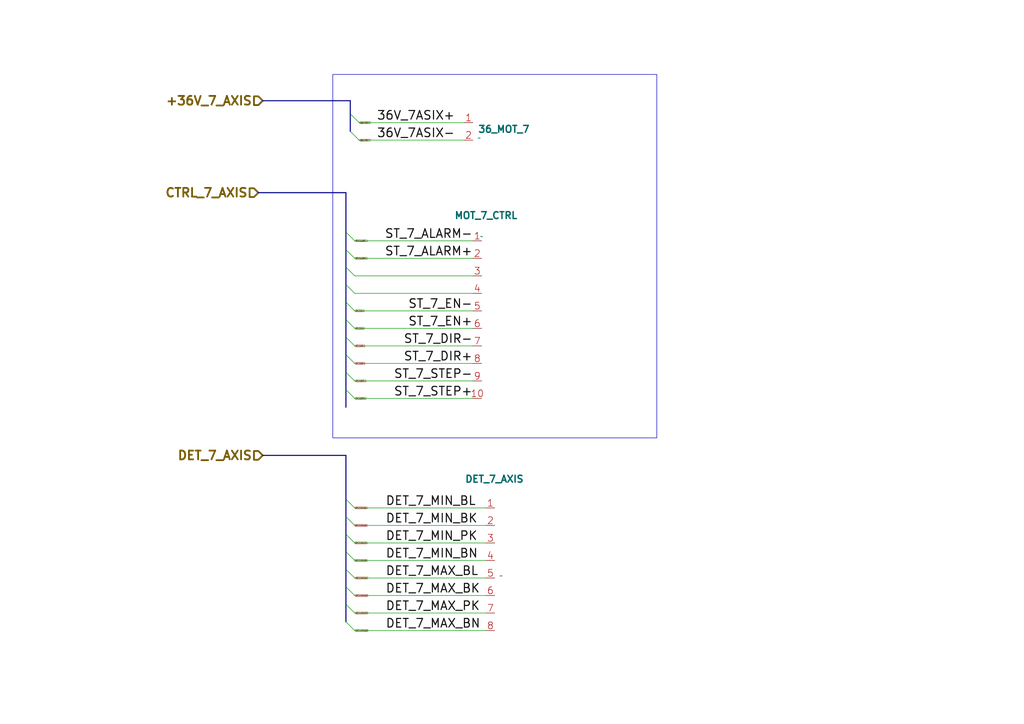
<source format=kicad_sch>
(kicad_sch (version 20250114) (generator "eeschema") (generator_version "9.0")
  (paper "A4")
  (lib_symbols
    (symbol "Connector:Conn_01x02_(wide)"
      (property "Reference" "J" (at 0 0 0))
      (symbol "Conn_01x02_(wide)_1_1"
        (pin input line (at -2.54 -5.08 0) (length 2.54) (name "") (number "1"))
        (pin input line (at -2.54 -10.16 0) (length 2.54) (name "") (number "2"))
      )
    )
    (symbol "Connector:Conn_01x08_(wide)"
      (property "Reference" "J" (at 0 0 0))
      (symbol "Conn_01x08_(wide)_1_1"
        (pin input line (at -2.54 -5.08 0) (length 2.54) (name "") (number "1"))
        (pin input line (at -2.54 -10.16 0) (length 2.54) (name "") (number "2"))
        (pin input line (at -2.54 -15.24 0) (length 2.54) (name "") (number "3"))
        (pin input line (at -2.54 -20.32 0) (length 2.54) (name "") (number "4"))
        (pin input line (at -2.54 -25.4 0) (length 2.54) (name "") (number "5"))
        (pin input line (at -2.54 -30.48 0) (length 2.54) (name "") (number "6"))
        (pin input line (at -2.54 -35.56 0) (length 2.54) (name "") (number "7"))
        (pin input line (at -2.54 -40.64 0) (length 2.54) (name "") (number "8"))
      )
    )
    (symbol "Connector:Conn_01x10_(wide)"
      (property "Reference" "J" (at 0 0 0))
      (symbol "Conn_01x10_(wide)_1_1"
        (pin input line (at -2.54 -5.08 0) (length 2.54) (name "") (number "1"))
        (pin input line (at -2.54 -10.16 0) (length 2.54) (name "") (number "2"))
        (pin input line (at -2.54 -15.24 0) (length 2.54) (name "") (number "3"))
        (pin input line (at -2.54 -20.32 0) (length 2.54) (name "") (number "4"))
        (pin input line (at -2.54 -25.4 0) (length 2.54) (name "") (number "5"))
        (pin input line (at -2.54 -30.48 0) (length 2.54) (name "") (number "6"))
        (pin input line (at -2.54 -35.56 0) (length 2.54) (name "") (number "7"))
        (pin input line (at -2.54 -40.64 0) (length 2.54) (name "") (number "8"))
        (pin input line (at -2.54 -45.72 0) (length 2.54) (name "") (number "9"))
        (pin input line (at -2.54 -50.8 0) (length 2.54) (name "") (number "10"))
      )
    )
  )
  (rectangle (start 96.52 21.59) (end 190.5 127))
  (bus_entry (at 100.33 160.02) (size 2.54 2.54))
  (bus_entry (at 101.6 38.1) (size 2.54 2.54))
  (bus_entry (at 100.33 170.18) (size 2.54 2.54))
  (bus_entry (at 101.6 33.02) (size 2.54 2.54))
  (bus_entry (at 100.33 87.63) (size 2.54 2.54))
  (bus_entry (at 100.33 77.47) (size 2.54 2.54))
  (bus_entry (at 100.33 82.55) (size 2.54 2.54))
  (bus_entry (at 100.33 180.34) (size 2.54 2.54))
  (bus_entry (at 100.33 165.1) (size 2.54 2.54))
  (bus_entry (at 100.33 175.26) (size 2.54 2.54))
  (bus_entry (at 100.33 107.95) (size 2.54 2.54))
  (bus_entry (at 100.33 67.31) (size 2.54 2.54))
  (bus_entry (at 100.33 154.94) (size 2.54 2.54))
  (bus_entry (at 100.33 92.71) (size 2.54 2.54))
  (bus_entry (at 100.33 97.79) (size 2.54 2.54))
  (bus_entry (at 100.33 144.78) (size 2.54 2.54))
  (bus_entry (at 100.33 102.87) (size 2.54 2.54))
  (bus_entry (at 100.33 149.86) (size 2.54 2.54))
  (bus_entry (at 100.33 72.39) (size 2.54 2.54))
  (bus_entry (at 100.33 113.03) (size 2.54 2.54))
  (bus (pts (xy 100.33 149.86) (xy 100.33 154.94)))
  (wire (pts (xy 137.16 69.85) (xy 102.87 69.85)))
  (bus (pts (xy 100.33 154.94) (xy 100.33 160.02)))
  (wire (pts (xy 102.87 90.17) (xy 137.16 90.17)))
  (bus (pts (xy 100.33 87.63) (xy 100.33 92.71)))
  (bus (pts (xy 100.33 165.1) (xy 100.33 170.18)))
  (bus (pts (xy 100.33 107.95) (xy 100.33 113.03)))
  (bus (pts (xy 100.33 170.18) (xy 100.33 175.26)))
  (wire (pts (xy 102.87 115.57) (xy 137.16 115.57)))
  (wire (pts (xy 137.16 80.01) (xy 102.87 80.01)))
  (wire (pts (xy 102.87 182.88) (xy 140.97 182.88)))
  (wire (pts (xy 102.87 167.64) (xy 140.97 167.64)))
  (wire (pts (xy 104.14 40.64) (xy 134.62 40.64)))
  (wire (pts (xy 140.97 162.56) (xy 102.87 162.56)))
  (wire (pts (xy 102.87 172.72) (xy 140.97 172.72)))
  (bus (pts (xy 101.6 33.02) (xy 101.6 38.1)))
  (bus (pts (xy 100.33 92.71) (xy 100.33 97.79)))
  (wire (pts (xy 140.97 147.32) (xy 102.87 147.32)))
  (wire (pts (xy 102.87 105.41) (xy 137.16 105.41)))
  (wire (pts (xy 104.14 35.56) (xy 134.62 35.56)))
  (bus (pts (xy 100.33 97.79) (xy 100.33 102.87)))
  (bus (pts (xy 100.33 72.39) (xy 100.33 77.47)))
  (bus (pts (xy 76.2 29.21) (xy 101.6 29.21)))
  (bus (pts (xy 100.33 132.08) (xy 100.33 144.78)))
  (bus (pts (xy 100.33 132.08) (xy 76.2 132.08)))
  (wire (pts (xy 102.87 95.25) (xy 137.16 95.25)))
  (bus (pts (xy 100.33 160.02) (xy 100.33 165.1)))
  (bus (pts (xy 101.6 29.21) (xy 101.6 33.02)))
  (bus (pts (xy 100.33 77.47) (xy 100.33 82.55)))
  (bus (pts (xy 100.33 67.31) (xy 100.33 72.39)))
  (wire (pts (xy 137.16 74.93) (xy 102.87 74.93)))
  (wire (pts (xy 102.87 177.8) (xy 140.97 177.8)))
  (bus (pts (xy 100.33 55.88) (xy 74.93 55.88)))
  (bus (pts (xy 100.33 113.03) (xy 100.33 118.11)))
  (wire (pts (xy 140.97 152.4) (xy 102.87 152.4)))
  (bus (pts (xy 100.33 144.78) (xy 100.33 149.86)))
  (wire (pts (xy 140.97 157.48) (xy 102.87 157.48)))
  (wire (pts (xy 137.16 85.09) (xy 102.87 85.09)))
  (bus (pts (xy 100.33 55.88) (xy 100.33 67.31)))
  (bus (pts (xy 100.33 175.26) (xy 100.33 180.34)))
  (wire (pts (xy 102.87 110.49) (xy 137.16 110.49)))
  (bus (pts (xy 100.33 102.87) (xy 100.33 107.95)))
  (bus (pts (xy 100.33 82.55) (xy 100.33 87.63)))
  (wire (pts (xy 102.87 100.33) (xy 137.16 100.33)))
  (label "36V_7ASIX-" (at 109.22 40.64 0) (effects (font (size 2.5 2.5) (thickness 0.3125))))
  (label "ST_7_EN+" (at 137.16 95.25 180) (effects (font (size 2.5 2.5) (thickness 0.3125))))
  (label "DET_7_MAX_BK" (at 111.76 172.72 0) (effects (font (size 2.5 2.5) (thickness 0.3125))))
  (label "DET_7_MIN_BL" (at 111.76 147.32 0) (effects (font (size 2.5 2.5) (thickness 0.3125))))
  (label "DET_7_MAX_PK" (at 111.76 177.8 0) (effects (font (size 2.5 2.5) (thickness 0.3125))))
  (label "DET_7_MIN_PK" (at 111.76 157.48 0) (effects (font (size 2.5 2.5) (thickness 0.3125))))
  (label "ST_7_ALARM-" (at 137.16 69.85 180) (effects (font (size 2.5 2.5) (thickness 0.3125))))
  (label "ST_7_EN-" (at 137.16 90.17 180) (effects (font (size 2.5 2.5) (thickness 0.3125))))
  (label "ST_7_DIR-" (at 137.16 100.33 180) (effects (font (size 2.5 2.5) (thickness 0.3125))))
  (label "ST_7_STEP+" (at 137.16 115.57 180) (effects (font (size 2.5 2.5) (thickness 0.3125))))
  (label "DET_7_MIN_BN" (at 111.76 162.56 0) (effects (font (size 2.5 2.5) (thickness 0.3125))))
  (label "DET_7_MIN_BK" (at 111.76 152.4 0) (effects (font (size 2.5 2.5) (thickness 0.3125))))
  (label "DET_7_MAX_BL" (at 111.76 167.64 0) (effects (font (size 2.5 2.5) (thickness 0.3125))))
  (label "ST_7_DIR+" (at 137.16 105.41 180) (effects (font (size 2.5 2.5) (thickness 0.3125))))
  (label "ST_7_ALARM+" (at 137.16 74.93 180) (effects (font (size 2.5 2.5) (thickness 0.3125))))
  (label "DET_7_MAX_BN" (at 111.76 182.88 0) (effects (font (size 2.5 2.5) (thickness 0.3125))))
  (label "ST_7_STEP-" (at 137.16 110.49 180) (effects (font (size 2.5 2.5) (thickness 0.3125))))
  (label "36V_7ASIX+" (at 109.22 35.56 0) (effects (font (size 2.5 2.5) (thickness 0.3125))))
  (global_label "ST_7_DIR-" (shape input) (at 102.87 100.33 0) (effects (font (size 0.3 0.3))) (property "Intersheetrefs" "${INTERSHEET_REFS}" (effects (hide yes))))
  (global_label "ST_7_EN+" (shape input) (at 102.87 95.25 0) (effects (font (size 0.3 0.3))) (property "Intersheetrefs" "${INTERSHEET_REFS}" (effects (hide yes))))
  (global_label "DET_7_MAX_BN" (shape input) (at 102.87 182.88 0) (effects (font (size 0.3 0.3))) (property "Intersheetrefs" "${INTERSHEET_REFS}" (effects (hide yes))))
  (global_label "DET_7_MAX_BL" (shape input) (at 102.87 167.64 0) (effects (font (size 0.3 0.3))) (property "Intersheetrefs" "${INTERSHEET_REFS}" (effects (hide yes))))
  (global_label "ST_7_EN-" (shape input) (at 102.87 90.17 0) (effects (font (size 0.3 0.3))) (property "Intersheetrefs" "${INTERSHEET_REFS}" (effects (hide yes))))
  (global_label "ST_7_STEP+" (shape input) (at 102.87 115.57 0) (effects (font (size 0.3 0.3))) (property "Intersheetrefs" "${INTERSHEET_REFS}" (effects (hide yes))))
  (global_label "DET_7_MAX_PK" (shape input) (at 102.87 177.8 0) (effects (font (size 0.3 0.3))) (property "Intersheetrefs" "${INTERSHEET_REFS}" (effects (hide yes))))
  (global_label "DET_7_MIN_BN" (shape input) (at 106.68 162.56 180) (effects (font (size 0.3 0.3))) (property "Intersheetrefs" "${INTERSHEET_REFS}" (effects (hide yes))))
  (global_label "ST_7_ALARM-" (shape input) (at 102.87 69.85 0) (effects (font (size 0.3 0.3))) (property "Intersheetrefs" "${INTERSHEET_REFS}" (effects (hide yes))))
  (global_label "ST_7_STEP-" (shape input) (at 102.87 110.49 0) (effects (font (size 0.3 0.3))) (property "Intersheetrefs" "${INTERSHEET_REFS}" (effects (hide yes))))
  (global_label "DET_7_MIN_BL" (shape input) (at 106.68 147.32 180) (effects (font (size 0.3 0.3))) (property "Intersheetrefs" "${INTERSHEET_REFS}" (effects (hide yes))))
  (global_label "DET_7_MIN_BK" (shape input) (at 106.68 152.4 180) (effects (font (size 0.3 0.3))) (property "Intersheetrefs" "${INTERSHEET_REFS}" (effects (hide yes))))
  (global_label "36V_7ASIX-" (shape input) (at 104.14 40.64 0) (effects (font (size 0.3 0.3))) (property "Intersheetrefs" "${INTERSHEET_REFS}" (effects (hide yes))))
  (global_label "DET_7_MIN_PK" (shape input) (at 106.68 157.48 180) (effects (font (size 0.3 0.3))) (property "Intersheetrefs" "${INTERSHEET_REFS}" (effects (hide yes))))
  (global_label "ST_7_DIR+" (shape input) (at 102.87 105.41 0) (effects (font (size 0.3 0.3))) (property "Intersheetrefs" "${INTERSHEET_REFS}" (effects (hide yes))))
  (global_label "36V_7ASIX+" (shape input) (at 104.14 35.56 0) (effects (font (size 0.3 0.3))) (property "Intersheetrefs" "${INTERSHEET_REFS}" (effects (hide yes))))
  (global_label "DET_7_MAX_BK" (shape input) (at 102.87 172.72 0) (effects (font (size 0.3 0.3))) (property "Intersheetrefs" "${INTERSHEET_REFS}" (effects (hide yes))))
  (global_label "ST_7_ALARM+" (shape input) (at 102.87 74.93 0) (effects (font (size 0.3 0.3))) (property "Intersheetrefs" "${INTERSHEET_REFS}" (effects (hide yes))))
  (hierarchical_label "CTRL_7_AXIS" (shape input) (at 74.93 55.88 180) (effects (font (size 2.54 2.54) (thickness 0.508) (bold yes))))
  (hierarchical_label "DET_7_AXIS" (shape input) (at 76.2 132.08 180) (effects (font (size 2.54 2.54) (thickness 0.508) (bold yes))))
  (hierarchical_label "+36V_7_AXIS" (shape input) (at 76.2 29.21 180) (effects (font (size 2.54 2.54) (thickness 0.508) (bold yes))))
  (symbol (lib_id "Connector:Conn_01x02_(wide)") (at 137.16 30.48 0) (unit 1)
    (property "Reference" "36_MOT_7" (at 138.43 37.465 0) (effects (font (size 2 2) (thickness 0.4) (bold yes)) (justify left)))
    (property "Value" "~" (at 138.43 40.005 0) (effects (justify left)))
  )
  (symbol (lib_id "Connector:Conn_01x10_(wide)") (at 139.7 64.77 0) (unit 1)
    (property "Reference" "MOT_7_CTRL" (at 140.97 62.484 0) (effects (font (size 2 2) (thickness 0.4) (bold yes))))
    (property "Value" "~" (at 139.7 68.58 0))
  )
  (symbol (lib_id "Connector:Conn_01x08_(wide)") (at 143.51 142.24 0) (unit 1)
    (property "Reference" "DET_7_AXIS" (at 134.62 138.938 0) (effects (font (size 2 2) (thickness 0.4) (bold yes)) (justify left)))
    (property "Value" "~" (at 144.78 167.005 0) (effects (justify left)))
  )
)
</source>
